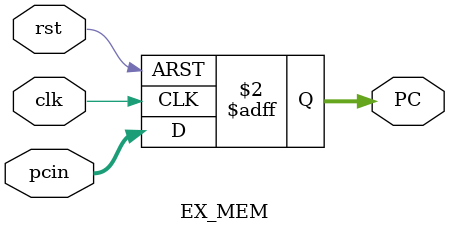
<source format=sv>
`timescale 1ns/1ns
module EX_MEM(input clk, rst,
            input[31:0] pcin,
            output reg[31:0] PC);
    
     
    always@(posedge clk, posedge rst ) begin
      if(rst)
       PC = 32'b0;
      else 
       PC = pcin;
    end
         
endmodule



</source>
